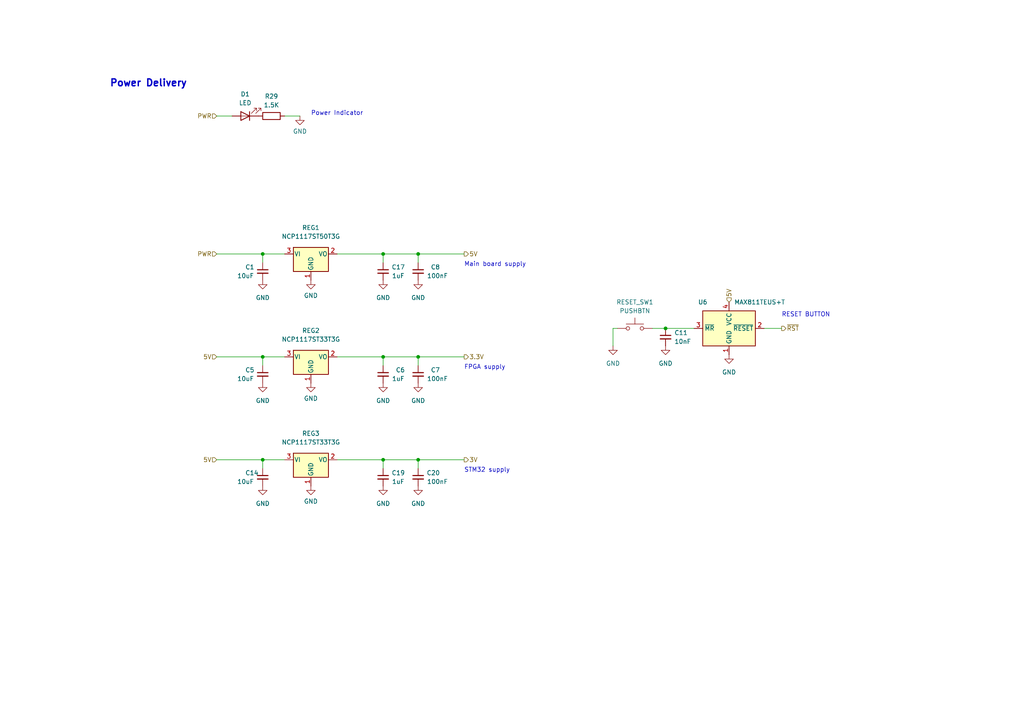
<source format=kicad_sch>
(kicad_sch (version 20211123) (generator eeschema)
  (paper "A4")
  (title_block (title "8puter") (rev "1.0") (company "zrthxn"))
  (lib_symbols
    (symbol "Device:C_Small" (pin_numbers hide) (pin_names (offset 0.254) hide)
      (property "Reference" "C" (at 0.254 1.778 0))
      (property "Value" "C_Small" (at 0.254 -2.032 0))
      (symbol "C_Small_0_1"
        (polyline (pts (xy -1.524 -0.508) (xy 1.524 -0.508)) (stroke (width 0.3302)))
        (polyline (pts (xy -1.524 0.508) (xy 1.524 0.508)) (stroke (width 0.3048)))
      )
      (symbol "C_Small_1_1"
        (pin passive line (at 0 2.54 270) (length 2.032) (name "~") (number "1"))
        (pin passive line (at 0 -2.54 90) (length 2.032) (name "~") (number "2"))
      )
    )
    (symbol "Device:LED" (pin_numbers hide) (pin_names (offset 1.016) hide)
      (property "Reference" "D" (at 0 2.54 0))
      (property "Value" "LED" (at 0 -2.54 0))
      (symbol "LED_0_1"
        (polyline (pts (xy -1.27 -1.27) (xy -1.27 1.27)) (stroke (width 0.254)))
        (polyline (pts (xy -1.27 0) (xy 1.27 0)))
        (polyline (pts (xy 1.27 -1.27) (xy 1.27 1.27) (xy -1.27 0) (xy 1.27 -1.27)) (stroke (width 0.254)))
        (polyline (pts (xy -3.048 -0.762) (xy -4.572 -2.286) (xy -3.81 -2.286) (xy -4.572 -2.286) (xy -4.572 -1.524)))
        (polyline (pts (xy -1.778 -0.762) (xy -3.302 -2.286) (xy -2.54 -2.286) (xy -3.302 -2.286) (xy -3.302 -1.524)))
      )
      (symbol "LED_1_1"
        (pin passive line (at -3.81 0 0) (length 2.54) (name "K") (number "1"))
        (pin passive line (at 3.81 0 180) (length 2.54) (name "A") (number "2"))
      )
    )
    (symbol "Device:R" (pin_numbers hide) (pin_names (offset 0))
      (property "Reference" "R" (at 2.032 0 90))
      (property "Value" "R" (at 0 0 90))
      (symbol "R_0_1"
        (rectangle (start -1.016 -2.54) (end 1.016 2.54) (stroke (width 0.254)))
      )
      (symbol "R_1_1"
        (pin passive line (at 0 3.81 270) (length 1.27) (name "~") (number "1"))
        (pin passive line (at 0 -3.81 90) (length 1.27) (name "~") (number "2"))
      )
    )
    (symbol "Power_Supervisor:MAX811MEUS-T"
      (property "Reference" "U" (at -7.62 6.35 0))
      (property "Value" "MAX811MEUS-T" (at 1.27 6.35 0))
      (symbol "MAX811MEUS-T_0_1"
        (rectangle (start -7.62 5.08) (end 7.62 -5.08) (stroke (width 0.254)) (fill (type background)))
      )
      (symbol "MAX811MEUS-T_1_1"
        (pin power_in line (at 0 -7.62 90) (length 2.54) (name "GND") (number "1"))
        (pin output line (at 10.16 0 180) (length 2.54) (name "~{RESET}") (number "2"))
        (pin input line (at -10.16 0 0) (length 2.54) (name "~{MR}") (number "3"))
        (pin power_in line (at 0 7.62 270) (length 2.54) (name "VCC") (number "4"))
      )
    )
    (symbol "Regulator_Linear:NCP1117-5.0_SOT223" (pin_names (offset 0.254))
      (property "Reference" "U" (at -3.81 3.175 0))
      (property "Value" "NCP1117-5.0_SOT223" (at 0 3.175 0))
      (symbol "NCP1117-5.0_SOT223_0_1"
        (rectangle (start -5.08 -5.08) (end 5.08 1.905) (stroke (width 0.254)) (fill (type background)))
      )
      (symbol "NCP1117-5.0_SOT223_1_1"
        (pin power_in line (at 0 -7.62 90) (length 2.54) (name "GND") (number "1"))
        (pin power_out line (at 7.62 0 180) (length 2.54) (name "VO") (number "2"))
        (pin power_in line (at -7.62 0 0) (length 2.54) (name "VI") (number "3"))
      )
    )
    (symbol "Switch:SW_Push" (pin_numbers hide) (pin_names (offset 1.016) hide)
      (property "Reference" "SW" (at 1.27 2.54 0))
      (property "Value" "SW_Push" (at 0 -1.524 0))
      (symbol "SW_Push_0_1"
        (circle (center -2.032 0) (radius 0.508))
        (polyline (pts (xy 0 1.27) (xy 0 3.048)))
        (polyline (pts (xy 2.54 1.27) (xy -2.54 1.27)))
        (circle (center 2.032 0) (radius 0.508))
        (pin passive line (at -5.08 0 0) (length 2.54) (name "1") (number "1"))
        (pin passive line (at 5.08 0 180) (length 2.54) (name "2") (number "2"))
      )
    )
    (symbol "power:GND" (power) (pin_names (offset 0))
      (property "Value" "GND" (at 0 -3.81 0))
      (symbol "GND_0_1"
        (polyline (pts (xy 0 0) (xy 0 -1.27) (xy 1.27 -1.27) (xy 0 -2.54) (xy -1.27 -1.27) (xy 0 -1.27)))
      )
      (symbol "GND_1_1"
        (pin power_in line (at 0 0 270) (length 0) hide (name "GND") (number "1"))
      )
    )
  )
  (junction (at 121.285 73.66))
  (junction (at 111.125 73.66))
  (junction (at 76.2 73.66))
  (junction (at 76.2 133.35))
  (junction (at 121.285 133.35))
  (junction (at 121.285 103.505))
  (junction (at 111.125 133.35))
  (junction (at 76.2 103.505))
  (junction (at 193.04 95.25))
  (junction (at 111.125 103.505))
  (wire (pts (xy 62.865 73.66) (xy 76.2 73.66)))
  (wire (pts (xy 97.79 133.35) (xy 111.125 133.35)))
  (wire (pts (xy 111.125 103.505) (xy 121.285 103.505)))
  (wire (pts (xy 62.865 133.35) (xy 76.2 133.35)))
  (wire (pts (xy 111.125 133.35) (xy 111.125 135.89)))
  (wire (pts (xy 121.285 73.66) (xy 134.62 73.66)))
  (wire (pts (xy 111.125 73.66) (xy 121.285 73.66)))
  (wire (pts (xy 86.995 33.655) (xy 82.55 33.655)))
  (wire (pts (xy 111.125 103.505) (xy 111.125 106.045)))
  (wire (pts (xy 226.695 95.25) (xy 221.615 95.25)))
  (wire (pts (xy 121.285 133.35) (xy 121.285 135.89)))
  (wire (pts (xy 62.865 33.655) (xy 67.31 33.655)))
  (wire (pts (xy 121.285 103.505) (xy 134.62 103.505)))
  (wire (pts (xy 76.2 73.66) (xy 82.55 73.66)))
  (wire (pts (xy 97.79 73.66) (xy 111.125 73.66)))
  (wire (pts (xy 76.2 133.35) (xy 76.2 135.89)))
  (wire (pts (xy 193.04 95.25) (xy 201.295 95.25)))
  (wire (pts (xy 121.285 73.66) (xy 121.285 76.2)))
  (wire (pts (xy 76.2 133.35) (xy 82.55 133.35)))
  (wire (pts (xy 62.865 103.505) (xy 76.2 103.505)))
  (wire (pts (xy 76.2 73.66) (xy 76.2 76.2)))
  (wire (pts (xy 76.2 103.505) (xy 82.55 103.505)))
  (wire (pts (xy 177.8 95.25) (xy 177.8 100.33)))
  (wire (pts (xy 121.285 103.505) (xy 121.285 106.045)))
  (wire (pts (xy 179.07 95.25) (xy 177.8 95.25)))
  (wire (pts (xy 121.285 133.35) (xy 134.62 133.35)))
  (wire (pts (xy 76.2 103.505) (xy 76.2 106.045)))
  (wire (pts (xy 111.125 73.66) (xy 111.125 76.2)))
  (wire (pts (xy 97.79 103.505) (xy 111.125 103.505)))
  (wire (pts (xy 111.125 133.35) (xy 121.285 133.35)))
  (wire (pts (xy 189.23 95.25) (xy 193.04 95.25)))
  (text "RESET BUTTON" (at 226.695 92.075 0) (effects (font (size 1.27 1.27)) (justify left bottom)))
  (text "STM32 supply" (at 134.62 137.16 0) (effects (font (size 1.27 1.27)) (justify left bottom)))
  (text "FPGA supply" (at 134.62 107.315 0) (effects (font (size 1.27 1.27)) (justify left bottom)))
  (text "Power Indicator" (at 90.17 33.655 0) (effects (font (size 1.27 1.27)) (justify left bottom)))
  (text "Power Delivery" (at 31.75 25.4 0) (effects (font (size 2 2) (thickness 0.4) bold) (justify left bottom)))
  (text "Main board supply" (at 134.62 77.47 0) (effects (font (size 1.27 1.27)) (justify left bottom)))
  (hierarchical_label "~{RST}" (shape output) (at 226.695 95.25 0))
  (hierarchical_label "3V" (shape output) (at 134.62 133.35 0))
  (hierarchical_label "PWR" (shape input) (at 62.865 33.655 180))
  (hierarchical_label "5V" (shape output) (at 134.62 73.66 0))
  (hierarchical_label "5V" (shape input) (at 62.865 133.35 180))
  (hierarchical_label "5V" (shape input) (at 62.865 103.505 180))
  (hierarchical_label "5V" (shape input) (at 211.455 87.63 90))
  (hierarchical_label "PWR" (shape input) (at 62.865 73.66 180))
  (hierarchical_label "3.3V" (shape output) (at 134.62 103.505 0))
  (symbol (lib_id "power:GND") (at 90.17 81.28 0) (unit 1)
    (property "Reference" "#PWR0117" (effects hide))
    (property "Value" "GND" (at 90.17 85.725 0))
  )
  (symbol (lib_id "power:GND") (at 86.995 33.655 0) (unit 1)
    (property "Reference" "#PWR0140" (effects hide))
    (property "Value" "GND" (at 86.995 38.1 0))
  )
  (symbol (lib_id "power:GND") (at 121.285 111.125 0) (unit 1)
    (property "Reference" "#PWR0138" (effects hide))
    (property "Value" "GND" (at 121.285 116.205 0))
  )
  (symbol (lib_id "Device:C_Small") (at 76.2 78.74 0) (unit 1)
    (property "Reference" "C1" (at 71.12 77.47 0) (effects (justify left)))
    (property "Value" "10uF" (at 73.66 80.01 0) (effects (justify right)))
    (property "Footprint" "Capacitor_SMD:C_0805_2012Metric" (effects hide))
  )
  (symbol (lib_id "Device:C_Small") (at 76.2 138.43 0) (unit 1)
    (property "Reference" "C14" (at 71.12 137.16 0) (effects (justify left)))
    (property "Value" "10uF" (at 73.66 139.7 0) (effects (justify right)))
    (property "Footprint" "Capacitor_SMD:C_0805_2012Metric" (effects hide))
  )
  (symbol (lib_id "Regulator_Linear:NCP1117-5.0_SOT223") (at 90.17 73.66 0) (unit 1)
    (property "Reference" "REG1" (at 90.17 66.04 0))
    (property "Value" "NCP1117ST50T3G" (at 90.17 68.58 0))
    (property "Footprint" "Package_TO_SOT_SMD:SOT-223-3_TabPin2" (effects hide))
    (property "Datasheet" "http://www.onsemi.com/pub_link/Collateral/NCP1117-D.PDF" (effects hide))
  )
  (symbol (lib_id "Regulator_Linear:NCP1117-5.0_SOT223") (at 90.17 103.505 0) (unit 1)
    (property "Reference" "REG2" (at 90.17 95.885 0))
    (property "Value" "NCP1117ST33T3G" (at 90.17 98.425 0))
    (property "Footprint" "Package_TO_SOT_SMD:SOT-223-3_TabPin2" (effects hide))
    (property "Datasheet" "http://www.onsemi.com/pub_link/Collateral/NCP1117-D.PDF" (effects hide))
  )
  (symbol (lib_id "power:GND") (at 211.455 102.87 0) (unit 1)
    (property "Reference" "#PWR0123" (effects hide))
    (property "Value" "GND" (at 211.455 107.95 0))
  )
  (symbol (lib_id "Device:C_Small") (at 111.125 108.585 0) (mirror y) (unit 1)
    (property "Reference" "C6" (at 117.475 107.315 0) (effects (justify left)))
    (property "Value" "1uF" (at 113.665 109.855 0) (effects (justify right)))
    (property "Footprint" "Capacitor_SMD:C_0805_2012Metric" (effects hide))
  )
  (symbol (lib_id "power:GND") (at 177.8 100.33 0) (unit 1)
    (property "Reference" "#PWR0125" (effects hide))
    (property "Value" "GND" (at 177.8 105.41 0))
  )
  (symbol (lib_id "Device:C_Small") (at 193.04 97.79 0) (unit 1)
    (property "Reference" "C11" (at 195.58 96.52 0) (effects (justify left)))
    (property "Value" "10nF" (at 195.58 99.06 0) (effects (justify left)))
    (property "Footprint" "Capacitor_SMD:C_0805_2012Metric" (effects hide))
  )
  (symbol (lib_id "Device:C_Small") (at 121.285 108.585 0) (mirror y) (unit 1)
    (property "Reference" "C7" (at 127.635 107.315 0) (effects (justify left)))
    (property "Value" "100nF" (at 123.825 109.855 0) (effects (justify right)))
    (property "Footprint" "Capacitor_SMD:C_0805_2012Metric" (effects hide))
  )
  (symbol (lib_id "Device:C_Small") (at 111.125 138.43 0) (mirror y) (unit 1)
    (property "Reference" "C19" (at 117.475 137.16 0) (effects (justify left)))
    (property "Value" "1uF" (at 113.665 139.7 0) (effects (justify right)))
    (property "Footprint" "Capacitor_SMD:C_0805_2012Metric" (effects hide))
  )
  (symbol (lib_id "Device:LED") (at 71.12 33.655 180) (unit 1)
    (property "Reference" "D1" (at 71.12 27.305 0))
    (property "Value" "LED" (at 71.12 29.845 0))
    (property "Footprint" "LED_SMD:LED_0805_2012Metric" (effects hide))
  )
  (symbol (lib_id "power:GND") (at 121.285 140.97 0) (unit 1)
    (property "Reference" "#PWR08" (effects hide))
    (property "Value" "GND" (at 121.285 146.05 0))
  )
  (symbol (lib_id "power:GND") (at 111.125 111.125 0) (unit 1)
    (property "Reference" "#PWR0141" (effects hide))
    (property "Value" "GND" (at 111.125 116.205 0))
  )
  (symbol (lib_id "Device:R") (at 78.74 33.655 90) (unit 1)
    (property "Reference" "R29" (at 78.74 27.94 90))
    (property "Value" "1.5K" (at 78.74 30.48 90))
    (property "Footprint" "Resistor_SMD:R_0805_2012Metric" (effects hide))
  )
  (symbol (lib_id "Regulator_Linear:NCP1117-5.0_SOT223") (at 90.17 133.35 0) (unit 1)
    (property "Reference" "REG3" (at 90.17 125.73 0))
    (property "Value" "NCP1117ST33T3G" (at 90.17 128.27 0))
    (property "Footprint" "Package_TO_SOT_SMD:SOT-223-3_TabPin2" (effects hide))
    (property "Datasheet" "http://www.onsemi.com/pub_link/Collateral/NCP1117-D.PDF" (effects hide))
  )
  (symbol (lib_id "power:GND") (at 90.17 111.125 0) (unit 1)
    (property "Reference" "#PWR0132" (effects hide))
    (property "Value" "GND" (at 90.17 115.57 0))
  )
  (symbol (lib_id "power:GND") (at 111.125 140.97 0) (unit 1)
    (property "Reference" "#PWR07" (effects hide))
    (property "Value" "GND" (at 111.125 146.05 0))
  )
  (symbol (lib_id "power:GND") (at 90.17 140.97 0) (unit 1)
    (property "Reference" "#PWR03" (effects hide))
    (property "Value" "GND" (at 90.17 145.415 0))
  )
  (symbol (lib_id "power:GND") (at 76.2 81.28 0) (unit 1)
    (property "Reference" "#PWR0118" (effects hide))
    (property "Value" "GND" (at 76.2 86.36 0))
  )
  (symbol (lib_id "Device:C_Small") (at 76.2 108.585 0) (unit 1)
    (property "Reference" "C5" (at 71.12 107.315 0) (effects (justify left)))
    (property "Value" "10uF" (at 73.66 109.855 0) (effects (justify right)))
    (property "Footprint" "Capacitor_SMD:C_0805_2012Metric" (effects hide))
  )
  (symbol (lib_id "Power_Supervisor:MAX811MEUS-T") (at 211.455 95.25 0) (unit 1)
    (property "Reference" "U6" (at 203.835 87.63 0))
    (property "Value" "MAX811TEUS+T" (at 220.345 87.63 0))
    (property "Footprint" "Package_TO_SOT_SMD:SOT-143" (effects hide))
    (property "Datasheet" "https://datasheets.maximintegrated.com/en/ds/MAX811-MAX812.pdf" (effects hide))
  )
  (symbol (lib_id "Device:C_Small") (at 121.285 78.74 0) (mirror y) (unit 1)
    (property "Reference" "C8" (at 127.635 77.47 0) (effects (justify left)))
    (property "Value" "100nF" (at 123.825 80.01 0) (effects (justify right)))
    (property "Footprint" "Capacitor_SMD:C_0805_2012Metric" (effects hide))
  )
  (symbol (lib_id "power:GND") (at 193.04 100.33 0) (unit 1)
    (property "Reference" "#PWR0124" (effects hide))
    (property "Value" "GND" (at 193.04 105.41 0))
  )
  (symbol (lib_id "Switch:SW_Push") (at 184.15 95.25 0) (unit 1)
    (property "Reference" "RESET_SW1" (at 184.15 87.63 0))
    (property "Value" "PUSHBTN" (at 184.15 90.17 0))
    (property "Footprint" "Button_Switch_THT:SW_PUSH_6mm_H13mm" (effects hide))
  )
  (symbol (lib_id "power:GND") (at 111.125 81.28 0) (unit 1)
    (property "Reference" "#PWR0126" (effects hide))
    (property "Value" "GND" (at 111.125 86.36 0))
  )
  (symbol (lib_id "Device:C_Small") (at 121.285 138.43 0) (mirror y) (unit 1)
    (property "Reference" "C20" (at 127.635 137.16 0) (effects (justify left)))
    (property "Value" "100nF" (at 123.825 139.7 0) (effects (justify right)))
    (property "Footprint" "Capacitor_SMD:C_0805_2012Metric" (effects hide))
  )
  (symbol (lib_id "power:GND") (at 121.285 81.28 0) (unit 1)
    (property "Reference" "#PWR0137" (effects hide))
    (property "Value" "GND" (at 121.285 86.36 0))
  )
  (symbol (lib_id "power:GND") (at 76.2 111.125 0) (unit 1)
    (property "Reference" "#PWR09" (effects hide))
    (property "Value" "GND" (at 76.2 116.205 0))
  )
  (symbol (lib_id "power:GND") (at 76.2 140.97 0) (unit 1)
    (property "Reference" "#PWR012" (effects hide))
    (property "Value" "GND" (at 76.2 146.05 0))
  )
  (symbol (lib_id "Device:C_Small") (at 111.125 78.74 0) (mirror y) (unit 1)
    (property "Reference" "C17" (at 117.475 77.47 0) (effects (justify left)))
    (property "Value" "1uF" (at 113.665 80.01 0) (effects (justify right)))
    (property "Footprint" "Capacitor_SMD:C_0805_2012Metric" (effects hide))
  )
)
</source>
